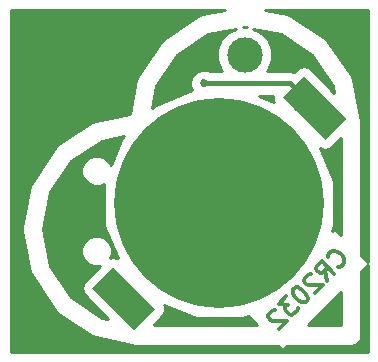
<source format=gbl>
G04 #@! TF.FileFunction,Copper,L2,Bot,Signal*
%FSLAX46Y46*%
G04 Gerber Fmt 4.6, Leading zero omitted, Abs format (unit mm)*
G04 Created by KiCad (PCBNEW 4.0.7) date 01/25/18 22:01:14*
%MOMM*%
%LPD*%
G01*
G04 APERTURE LIST*
%ADD10C,0.100000*%
%ADD11C,0.300000*%
%ADD12C,17.780000*%
%ADD13C,3.000000*%
%ADD14C,0.685800*%
%ADD15C,0.304800*%
%ADD16C,0.406400*%
%ADD17C,0.254000*%
G04 APERTURE END LIST*
D10*
D11*
X217739142Y-97470472D02*
X217840158Y-97470472D01*
X218042188Y-97369456D01*
X218143203Y-97268441D01*
X218244218Y-97066412D01*
X218244219Y-96864381D01*
X218193711Y-96712858D01*
X218042188Y-96460319D01*
X217890666Y-96308797D01*
X217638127Y-96157274D01*
X217486604Y-96106766D01*
X217284573Y-96106767D01*
X217082543Y-96207781D01*
X216981528Y-96308796D01*
X216880513Y-96510827D01*
X216880513Y-96611843D01*
X216779497Y-98632148D02*
X216627974Y-97773518D01*
X217385588Y-98026056D02*
X216324928Y-96965396D01*
X215920868Y-97369456D01*
X215870360Y-97520980D01*
X215870360Y-97621995D01*
X215920868Y-97773518D01*
X216072390Y-97925041D01*
X216223914Y-97975549D01*
X216324928Y-97975549D01*
X216476452Y-97925041D01*
X216880513Y-97520980D01*
X215415792Y-98076564D02*
X215314776Y-98076564D01*
X215163253Y-98127071D01*
X214910715Y-98379609D01*
X214860207Y-98531132D01*
X214860207Y-98632148D01*
X214910715Y-98783671D01*
X215011731Y-98884686D01*
X215213761Y-98985702D01*
X216425943Y-98985701D01*
X215769345Y-99642300D01*
X214052086Y-99238238D02*
X213951070Y-99339254D01*
X213900563Y-99490777D01*
X213900563Y-99591793D01*
X213951070Y-99743316D01*
X214102593Y-99995853D01*
X214355132Y-100248391D01*
X214607669Y-100399914D01*
X214759192Y-100450422D01*
X214860208Y-100450422D01*
X215011731Y-100399914D01*
X215112746Y-100298899D01*
X215163254Y-100147376D01*
X215163254Y-100046360D01*
X215112746Y-99894838D01*
X214961223Y-99642300D01*
X214708685Y-99389762D01*
X214456147Y-99238239D01*
X214304624Y-99187731D01*
X214203609Y-99187731D01*
X214052086Y-99238238D01*
X213344979Y-99945345D02*
X212688380Y-100601944D01*
X213445995Y-100652452D01*
X213294472Y-100803975D01*
X213243964Y-100955498D01*
X213243964Y-101056513D01*
X213294472Y-101208036D01*
X213547010Y-101460574D01*
X213698532Y-101511082D01*
X213799548Y-101511082D01*
X213951070Y-101460574D01*
X214254117Y-101157528D01*
X214304624Y-101006005D01*
X214304624Y-100904990D01*
X212385335Y-101107021D02*
X212284319Y-101107021D01*
X212132796Y-101157528D01*
X211880258Y-101410066D01*
X211829751Y-101561589D01*
X211829751Y-101662605D01*
X211880259Y-101814127D01*
X211981274Y-101915142D01*
X212183304Y-102016158D01*
X213395487Y-102016158D01*
X212738888Y-102672757D01*
D12*
X207645000Y-92075000D03*
D10*
G36*
X200460795Y-102851308D02*
X196868692Y-99259205D01*
X198664743Y-97463154D01*
X202256846Y-101055257D01*
X200460795Y-102851308D01*
X200460795Y-102851308D01*
G37*
G36*
X216625257Y-86686846D02*
X213033154Y-83094743D01*
X214829205Y-81298692D01*
X218421308Y-84890795D01*
X216625257Y-86686846D01*
X216625257Y-86686846D01*
G37*
D13*
X209804000Y-79502000D03*
D14*
X204375000Y-85090000D03*
X204375000Y-96520000D03*
X206375000Y-81915000D03*
X199390000Y-100330000D03*
D15*
X204375000Y-85090000D02*
X207645000Y-88360000D01*
X207645000Y-88360000D02*
X207645000Y-92075000D01*
X204375000Y-96520000D02*
X207645000Y-93250000D01*
X207645000Y-93250000D02*
X207645000Y-92075000D01*
D16*
X206375000Y-81915000D02*
X213649462Y-81915000D01*
X213649462Y-81915000D02*
X215727231Y-83992769D01*
X214167769Y-83992769D02*
X215727231Y-83992769D01*
D15*
X199390000Y-100330000D02*
X199562769Y-100157231D01*
D17*
G36*
X206204755Y-76074935D02*
X205888614Y-76205885D01*
X202968804Y-78156840D01*
X202726840Y-78398804D01*
X200775886Y-81318613D01*
X200775885Y-81318614D01*
X200644935Y-81634755D01*
X200074173Y-84504173D01*
X197204755Y-85074935D01*
X196888614Y-85205885D01*
X193968804Y-87156840D01*
X193726840Y-87398804D01*
X191775886Y-90318613D01*
X191775885Y-90318614D01*
X191644935Y-90634755D01*
X190959851Y-94078906D01*
X190959852Y-94250000D01*
X190959851Y-94421094D01*
X191644935Y-97865245D01*
X191775885Y-98181386D01*
X193726840Y-101101196D01*
X193968804Y-101343160D01*
X196888613Y-103294114D01*
X196888614Y-103294115D01*
X197204755Y-103425065D01*
X200648906Y-104110149D01*
X200735284Y-104110149D01*
X200820000Y-104127000D01*
X212619516Y-104127000D01*
X213011629Y-104519113D01*
X213403742Y-104127000D01*
X218820000Y-104127000D01*
X219155613Y-104060242D01*
X219440133Y-103870133D01*
X219630242Y-103585613D01*
X219697000Y-103250000D01*
X219697000Y-97833742D01*
X220218000Y-97312742D01*
X220218000Y-104648000D01*
X189992000Y-104648000D01*
X189992000Y-75692000D01*
X208129900Y-75692000D01*
X206204755Y-76074935D01*
X206204755Y-76074935D01*
G37*
X206204755Y-76074935D02*
X205888614Y-76205885D01*
X202968804Y-78156840D01*
X202726840Y-78398804D01*
X200775886Y-81318613D01*
X200775885Y-81318614D01*
X200644935Y-81634755D01*
X200074173Y-84504173D01*
X197204755Y-85074935D01*
X196888614Y-85205885D01*
X193968804Y-87156840D01*
X193726840Y-87398804D01*
X191775886Y-90318613D01*
X191775885Y-90318614D01*
X191644935Y-90634755D01*
X190959851Y-94078906D01*
X190959852Y-94250000D01*
X190959851Y-94421094D01*
X191644935Y-97865245D01*
X191775885Y-98181386D01*
X193726840Y-101101196D01*
X193968804Y-101343160D01*
X196888613Y-103294114D01*
X196888614Y-103294115D01*
X197204755Y-103425065D01*
X200648906Y-104110149D01*
X200735284Y-104110149D01*
X200820000Y-104127000D01*
X212619516Y-104127000D01*
X213011629Y-104519113D01*
X213403742Y-104127000D01*
X218820000Y-104127000D01*
X219155613Y-104060242D01*
X219440133Y-103870133D01*
X219630242Y-103585613D01*
X219697000Y-103250000D01*
X219697000Y-97833742D01*
X220218000Y-97312742D01*
X220218000Y-104648000D01*
X189992000Y-104648000D01*
X189992000Y-75692000D01*
X208129900Y-75692000D01*
X206204755Y-76074935D01*
G36*
X205703690Y-101790309D02*
X209569351Y-101793683D01*
X210076606Y-101584090D01*
X210865516Y-102373000D01*
X202131569Y-102373000D01*
X202853079Y-101651490D01*
X203029009Y-101394009D01*
X203099967Y-101066906D01*
X203038072Y-100737967D01*
X202988174Y-100662729D01*
X205703690Y-101790309D01*
X205703690Y-101790309D01*
G37*
X205703690Y-101790309D02*
X209569351Y-101793683D01*
X210076606Y-101584090D01*
X210865516Y-102373000D01*
X202131569Y-102373000D01*
X202853079Y-101651490D01*
X203029009Y-101394009D01*
X203099967Y-101066906D01*
X203038072Y-100737967D01*
X202988174Y-100662729D01*
X205703690Y-101790309D01*
G36*
X217943000Y-102373000D02*
X215157742Y-102373000D01*
X217943000Y-99587742D01*
X217943000Y-102373000D01*
X217943000Y-102373000D01*
G37*
X217943000Y-102373000D02*
X215157742Y-102373000D01*
X217943000Y-99587742D01*
X217943000Y-102373000D01*
G36*
X199412132Y-86563575D02*
X198464691Y-88845266D01*
X198358219Y-88587583D01*
X197999307Y-88228043D01*
X197530125Y-88033222D01*
X197022103Y-88032779D01*
X196552583Y-88226781D01*
X196193043Y-88585693D01*
X195998222Y-89054875D01*
X195997779Y-89562897D01*
X196191781Y-90032417D01*
X196550693Y-90391957D01*
X197019875Y-90586778D01*
X197527897Y-90587221D01*
X197929440Y-90421307D01*
X197926317Y-93999351D01*
X199052243Y-96724299D01*
X199003495Y-96690991D01*
X198676392Y-96620033D01*
X198426398Y-96667073D01*
X198551778Y-96365125D01*
X198552221Y-95857103D01*
X198358219Y-95387583D01*
X197999307Y-95028043D01*
X197530125Y-94833222D01*
X197022103Y-94832779D01*
X196552583Y-95026781D01*
X196193043Y-95385693D01*
X195998222Y-95854875D01*
X195997779Y-96362897D01*
X196191781Y-96832417D01*
X196550693Y-97191957D01*
X197019875Y-97386778D01*
X197527897Y-97387221D01*
X197562513Y-97372918D01*
X196272459Y-98662972D01*
X196096529Y-98920453D01*
X196025571Y-99247556D01*
X196087466Y-99576495D01*
X196272459Y-99855438D01*
X198264524Y-101847503D01*
X197718037Y-101738800D01*
X195088321Y-99981679D01*
X193331200Y-97351963D01*
X192714182Y-94250000D01*
X193331200Y-91148037D01*
X195088321Y-88518321D01*
X197718037Y-86761200D01*
X199586464Y-86389547D01*
X199412132Y-86563575D01*
X199412132Y-86563575D01*
G37*
X199412132Y-86563575D02*
X198464691Y-88845266D01*
X198358219Y-88587583D01*
X197999307Y-88228043D01*
X197530125Y-88033222D01*
X197022103Y-88032779D01*
X196552583Y-88226781D01*
X196193043Y-88585693D01*
X195998222Y-89054875D01*
X195997779Y-89562897D01*
X196191781Y-90032417D01*
X196550693Y-90391957D01*
X197019875Y-90586778D01*
X197527897Y-90587221D01*
X197929440Y-90421307D01*
X197926317Y-93999351D01*
X199052243Y-96724299D01*
X199003495Y-96690991D01*
X198676392Y-96620033D01*
X198426398Y-96667073D01*
X198551778Y-96365125D01*
X198552221Y-95857103D01*
X198358219Y-95387583D01*
X197999307Y-95028043D01*
X197530125Y-94833222D01*
X197022103Y-94832779D01*
X196552583Y-95026781D01*
X196193043Y-95385693D01*
X195998222Y-95854875D01*
X195997779Y-96362897D01*
X196191781Y-96832417D01*
X196550693Y-97191957D01*
X197019875Y-97386778D01*
X197527897Y-97387221D01*
X197562513Y-97372918D01*
X196272459Y-98662972D01*
X196096529Y-98920453D01*
X196025571Y-99247556D01*
X196087466Y-99576495D01*
X196272459Y-99855438D01*
X198264524Y-101847503D01*
X197718037Y-101738800D01*
X195088321Y-99981679D01*
X193331200Y-97351963D01*
X192714182Y-94250000D01*
X193331200Y-91148037D01*
X195088321Y-88518321D01*
X197718037Y-86761200D01*
X199586464Y-86389547D01*
X199412132Y-86563575D01*
G36*
X220218000Y-97062516D02*
X219697000Y-96541516D01*
X219697000Y-85250000D01*
X219680149Y-85165284D01*
X219680149Y-85078906D01*
X218995065Y-81634755D01*
X218864115Y-81318614D01*
X218864114Y-81318613D01*
X216913160Y-78398804D01*
X216671196Y-78156840D01*
X213751386Y-76205885D01*
X213435245Y-76074935D01*
X211510100Y-75692000D01*
X220218000Y-75692000D01*
X220218000Y-97062516D01*
X220218000Y-97062516D01*
G37*
X220218000Y-97062516D02*
X219697000Y-96541516D01*
X219697000Y-85250000D01*
X219680149Y-85165284D01*
X219680149Y-85078906D01*
X218995065Y-81634755D01*
X218864115Y-81318614D01*
X218864114Y-81318613D01*
X216913160Y-78398804D01*
X216671196Y-78156840D01*
X213751386Y-76205885D01*
X213435245Y-76074935D01*
X211510100Y-75692000D01*
X220218000Y-75692000D01*
X220218000Y-97062516D01*
G36*
X217943000Y-94787516D02*
X217370437Y-94214953D01*
X217212062Y-94373328D01*
X217360309Y-94016310D01*
X217363683Y-90150649D01*
X216237757Y-87425701D01*
X216286505Y-87459009D01*
X216613608Y-87529967D01*
X216942547Y-87468072D01*
X217221490Y-87283079D01*
X217943000Y-86561569D01*
X217943000Y-94787516D01*
X217943000Y-94787516D01*
G37*
X217943000Y-94787516D02*
X217370437Y-94214953D01*
X217212062Y-94373328D01*
X217360309Y-94016310D01*
X217363683Y-90150649D01*
X216237757Y-87425701D01*
X216286505Y-87459009D01*
X216613608Y-87529967D01*
X216942547Y-87468072D01*
X217221490Y-87283079D01*
X217943000Y-86561569D01*
X217943000Y-94787516D01*
G36*
X208487582Y-77528115D02*
X207832415Y-78182139D01*
X207477404Y-79037100D01*
X207476597Y-79962838D01*
X207830115Y-80818418D01*
X207896381Y-80884800D01*
X206944675Y-80884800D01*
X206608728Y-80745303D01*
X206143313Y-80744897D01*
X205713170Y-80922628D01*
X205383785Y-81251439D01*
X205205303Y-81681272D01*
X205204897Y-82146687D01*
X205354095Y-82507774D01*
X202147953Y-83832525D01*
X201958520Y-84021628D01*
X202331200Y-82148037D01*
X204088321Y-79518321D01*
X206718037Y-77761200D01*
X209042462Y-77298844D01*
X208487582Y-77528115D01*
X208487582Y-77528115D01*
G37*
X208487582Y-77528115D02*
X207832415Y-78182139D01*
X207477404Y-79037100D01*
X207476597Y-79962838D01*
X207830115Y-80818418D01*
X207896381Y-80884800D01*
X206944675Y-80884800D01*
X206608728Y-80745303D01*
X206143313Y-80744897D01*
X205713170Y-80922628D01*
X205383785Y-81251439D01*
X205205303Y-81681272D01*
X205204897Y-82146687D01*
X205354095Y-82507774D01*
X202147953Y-83832525D01*
X201958520Y-84021628D01*
X202331200Y-82148037D01*
X204088321Y-79518321D01*
X206718037Y-77761200D01*
X209042462Y-77298844D01*
X208487582Y-77528115D01*
G36*
X212190033Y-83083094D02*
X212251928Y-83412033D01*
X212301826Y-83487271D01*
X210996373Y-82945200D01*
X212219946Y-82945200D01*
X212190033Y-83083094D01*
X212190033Y-83083094D01*
G37*
X212190033Y-83083094D02*
X212251928Y-83412033D01*
X212301826Y-83487271D01*
X210996373Y-82945200D01*
X212219946Y-82945200D01*
X212190033Y-83083094D01*
G36*
X212921963Y-77761200D02*
X215551679Y-79518321D01*
X217308800Y-82148037D01*
X217417503Y-82694524D01*
X215425438Y-80702459D01*
X215167957Y-80526529D01*
X214840854Y-80455571D01*
X214511915Y-80517466D01*
X214232972Y-80702459D01*
X213984073Y-80951358D01*
X213978294Y-80950209D01*
X213649462Y-80884800D01*
X211712536Y-80884800D01*
X211775585Y-80821861D01*
X212130596Y-79966900D01*
X212131403Y-79041162D01*
X211777885Y-78185582D01*
X211123861Y-77530415D01*
X210537337Y-77286869D01*
X212921963Y-77761200D01*
X212921963Y-77761200D01*
G37*
X212921963Y-77761200D02*
X215551679Y-79518321D01*
X217308800Y-82148037D01*
X217417503Y-82694524D01*
X215425438Y-80702459D01*
X215167957Y-80526529D01*
X214840854Y-80455571D01*
X214511915Y-80517466D01*
X214232972Y-80702459D01*
X213984073Y-80951358D01*
X213978294Y-80950209D01*
X213649462Y-80884800D01*
X211712536Y-80884800D01*
X211775585Y-80821861D01*
X212130596Y-79966900D01*
X212131403Y-79041162D01*
X211777885Y-78185582D01*
X211123861Y-77530415D01*
X210537337Y-77286869D01*
X212921963Y-77761200D01*
G36*
X209975680Y-77175148D02*
X209665678Y-77174878D01*
X209820000Y-77144182D01*
X209975680Y-77175148D01*
X209975680Y-77175148D01*
G37*
X209975680Y-77175148D02*
X209665678Y-77174878D01*
X209820000Y-77144182D01*
X209975680Y-77175148D01*
M02*

</source>
